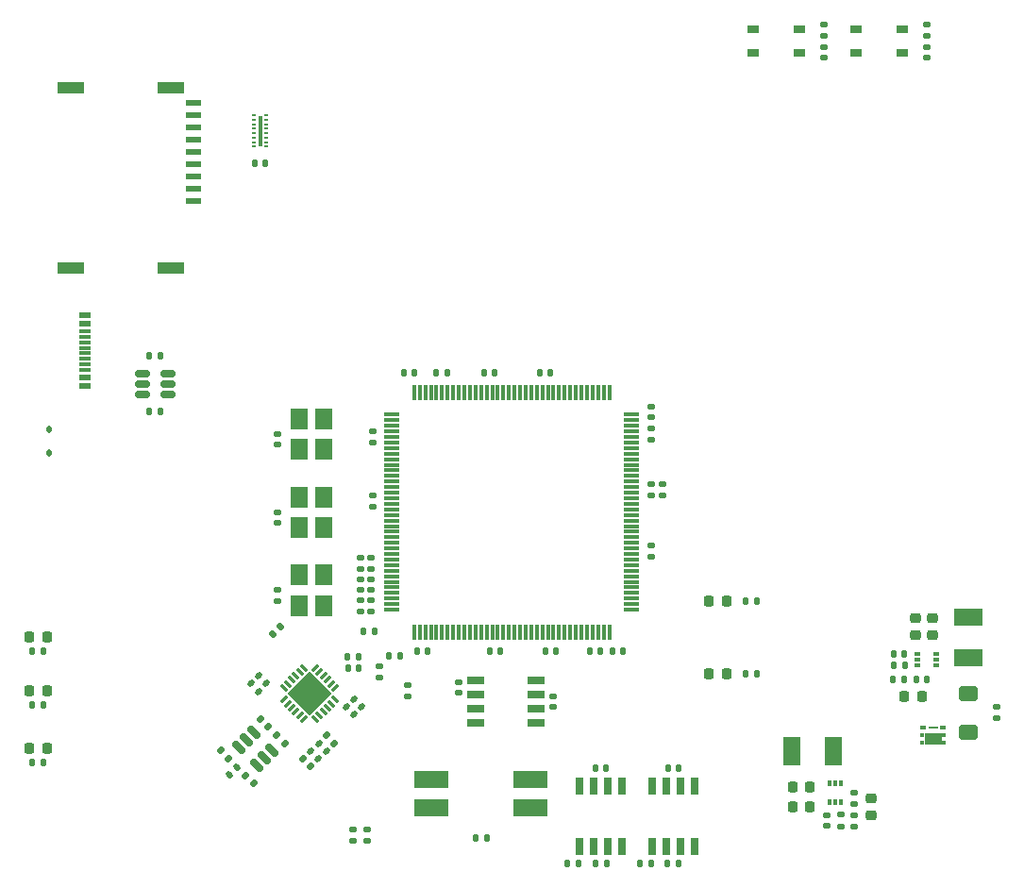
<source format=gbr>
%TF.GenerationSoftware,KiCad,Pcbnew,7.0.1*%
%TF.CreationDate,2023-07-13T18:43:16+01:00*%
%TF.ProjectId,Gateway Board,47617465-7761-4792-9042-6f6172642e6b,rev?*%
%TF.SameCoordinates,Original*%
%TF.FileFunction,Paste,Top*%
%TF.FilePolarity,Positive*%
%FSLAX46Y46*%
G04 Gerber Fmt 4.6, Leading zero omitted, Abs format (unit mm)*
G04 Created by KiCad (PCBNEW 7.0.1) date 2023-07-13 18:43:16*
%MOMM*%
%LPD*%
G01*
G04 APERTURE LIST*
G04 Aperture macros list*
%AMRoundRect*
0 Rectangle with rounded corners*
0 $1 Rounding radius*
0 $2 $3 $4 $5 $6 $7 $8 $9 X,Y pos of 4 corners*
0 Add a 4 corners polygon primitive as box body*
4,1,4,$2,$3,$4,$5,$6,$7,$8,$9,$2,$3,0*
0 Add four circle primitives for the rounded corners*
1,1,$1+$1,$2,$3*
1,1,$1+$1,$4,$5*
1,1,$1+$1,$6,$7*
1,1,$1+$1,$8,$9*
0 Add four rect primitives between the rounded corners*
20,1,$1+$1,$2,$3,$4,$5,0*
20,1,$1+$1,$4,$5,$6,$7,0*
20,1,$1+$1,$6,$7,$8,$9,0*
20,1,$1+$1,$8,$9,$2,$3,0*%
%AMRotRect*
0 Rectangle, with rotation*
0 The origin of the aperture is its center*
0 $1 length*
0 $2 width*
0 $3 Rotation angle, in degrees counterclockwise*
0 Add horizontal line*
21,1,$1,$2,0,0,$3*%
G04 Aperture macros list end*
%ADD10RoundRect,0.140000X-0.170000X0.140000X-0.170000X-0.140000X0.170000X-0.140000X0.170000X0.140000X0*%
%ADD11RoundRect,0.135000X0.135000X0.185000X-0.135000X0.185000X-0.135000X-0.185000X0.135000X-0.185000X0*%
%ADD12RoundRect,0.135000X0.185000X-0.135000X0.185000X0.135000X-0.185000X0.135000X-0.185000X-0.135000X0*%
%ADD13R,2.500000X1.500000*%
%ADD14RoundRect,0.218750X-0.218750X-0.256250X0.218750X-0.256250X0.218750X0.256250X-0.218750X0.256250X0*%
%ADD15RoundRect,0.140000X-0.140000X-0.170000X0.140000X-0.170000X0.140000X0.170000X-0.140000X0.170000X0*%
%ADD16R,0.650000X1.500000*%
%ADD17RoundRect,0.135000X-0.185000X0.135000X-0.185000X-0.135000X0.185000X-0.135000X0.185000X0.135000X0*%
%ADD18R,1.400000X0.620000*%
%ADD19R,2.400000X1.100000*%
%ADD20R,1.650000X1.950000*%
%ADD21RoundRect,0.140000X0.170000X-0.140000X0.170000X0.140000X-0.170000X0.140000X-0.170000X-0.140000X0*%
%ADD22RoundRect,0.140000X0.140000X0.170000X-0.140000X0.170000X-0.140000X-0.170000X0.140000X-0.170000X0*%
%ADD23RoundRect,0.135000X-0.226274X-0.035355X-0.035355X-0.226274X0.226274X0.035355X0.035355X0.226274X0*%
%ADD24RoundRect,0.140000X0.219203X0.021213X0.021213X0.219203X-0.219203X-0.021213X-0.021213X-0.219203X0*%
%ADD25RoundRect,0.225000X-0.225000X-0.250000X0.225000X-0.250000X0.225000X0.250000X-0.225000X0.250000X0*%
%ADD26R,1.500000X0.650000*%
%ADD27RoundRect,0.135000X-0.135000X-0.185000X0.135000X-0.185000X0.135000X0.185000X-0.135000X0.185000X0*%
%ADD28RoundRect,0.225000X-0.250000X0.225000X-0.250000X-0.225000X0.250000X-0.225000X0.250000X0.225000X0*%
%ADD29RoundRect,0.135000X-0.035355X0.226274X-0.226274X0.035355X0.035355X-0.226274X0.226274X-0.035355X0*%
%ADD30RoundRect,0.140000X-0.219203X-0.021213X-0.021213X-0.219203X0.219203X0.021213X0.021213X0.219203X0*%
%ADD31R,3.100000X1.600000*%
%ADD32R,0.300000X0.475000*%
%ADD33RoundRect,0.135000X0.226274X0.035355X0.035355X0.226274X-0.226274X-0.035355X-0.035355X-0.226274X0*%
%ADD34R,1.500000X2.500000*%
%ADD35RoundRect,0.150000X0.468458X-0.256326X-0.256326X0.468458X-0.468458X0.256326X0.256326X-0.468458X0*%
%ADD36R,1.140000X0.600000*%
%ADD37R,1.140000X0.300000*%
%ADD38R,0.475000X0.300000*%
%ADD39RoundRect,0.150000X0.512500X0.150000X-0.512500X0.150000X-0.512500X-0.150000X0.512500X-0.150000X0*%
%ADD40RoundRect,0.225000X0.225000X0.250000X-0.225000X0.250000X-0.225000X-0.250000X0.225000X-0.250000X0*%
%ADD41R,1.050000X0.650000*%
%ADD42RoundRect,0.112500X0.112500X-0.187500X0.112500X0.187500X-0.112500X0.187500X-0.112500X-0.187500X0*%
%ADD43RotRect,0.300000X0.800000X225.000000*%
%ADD44RotRect,0.300000X0.800000X135.000000*%
%ADD45RotRect,2.800000X2.800000X135.000000*%
%ADD46RoundRect,0.140000X-0.021213X0.219203X-0.219203X0.021213X0.021213X-0.219203X0.219203X-0.021213X0*%
%ADD47R,0.450000X0.200000*%
%ADD48R,0.300000X2.800000*%
%ADD49R,0.350000X0.400000*%
%ADD50R,0.500000X0.400000*%
%ADD51R,0.920000X0.285000*%
%ADD52R,1.600000X1.050000*%
%ADD53RoundRect,0.250000X-0.600000X0.400000X-0.600000X-0.400000X0.600000X-0.400000X0.600000X0.400000X0*%
%ADD54R,1.475000X0.300000*%
%ADD55R,0.300000X1.475000*%
G04 APERTURE END LIST*
D10*
%TO.C,C309*%
X157500000Y-97520000D03*
X157500000Y-98480000D03*
%TD*%
D11*
%TO.C,R301*%
X103020000Y-117250000D03*
X102000000Y-117250000D03*
%TD*%
D10*
%TO.C,C310*%
X131400000Y-107920000D03*
X131400000Y-108880000D03*
%TD*%
%TO.C,C324*%
X157500000Y-92520000D03*
X157500000Y-93480000D03*
%TD*%
D12*
%TO.C,R201*%
X174500000Y-128172000D03*
X174500000Y-127152000D03*
%TD*%
D10*
%TO.C,C304*%
X182250000Y-58270000D03*
X182250000Y-59230000D03*
%TD*%
D12*
%TO.C,R207*%
X188500000Y-118510000D03*
X188500000Y-117490000D03*
%TD*%
D13*
%TO.C,L202*%
X186000000Y-113100000D03*
X186000000Y-109400000D03*
%TD*%
D11*
%TO.C,R302*%
X142760000Y-129250000D03*
X141740000Y-129250000D03*
%TD*%
D14*
%TO.C,D302*%
X101722500Y-111200000D03*
X103297500Y-111200000D03*
%TD*%
D15*
%TO.C,C320*%
X142520000Y-87500000D03*
X143480000Y-87500000D03*
%TD*%
D16*
%TO.C,IC304*%
X161405000Y-124550000D03*
X160135000Y-124550000D03*
X158865000Y-124550000D03*
X157595000Y-124550000D03*
X157595000Y-129950000D03*
X158865000Y-129950000D03*
X160135000Y-129950000D03*
X161405000Y-129950000D03*
%TD*%
D17*
%TO.C,R413*%
X132000000Y-128490000D03*
X132000000Y-129510000D03*
%TD*%
D18*
%TO.C,J302*%
X116420000Y-72105000D03*
X116420000Y-71005000D03*
X116420000Y-69905000D03*
X116420000Y-68805000D03*
X116420000Y-67705000D03*
X116420000Y-66605000D03*
X116420000Y-65505000D03*
X116420000Y-64405000D03*
X116420000Y-63305000D03*
D19*
X114420000Y-61925000D03*
X105420000Y-61925000D03*
X105420000Y-78075000D03*
X114420000Y-78075000D03*
%TD*%
D20*
%TO.C,X303*%
X125900000Y-91625000D03*
X125900000Y-94375000D03*
X128100000Y-94375000D03*
X128100000Y-91625000D03*
%TD*%
D17*
%TO.C,R402*%
X133100000Y-113790000D03*
X133100000Y-114810000D03*
%TD*%
D10*
%TO.C,C308*%
X132400000Y-107920000D03*
X132400000Y-108880000D03*
%TD*%
D21*
%TO.C,C305*%
X132400000Y-106980000D03*
X132400000Y-106020000D03*
%TD*%
D22*
%TO.C,C204*%
X182230000Y-115000000D03*
X181270000Y-115000000D03*
%TD*%
D11*
%TO.C,R303*%
X103020000Y-112450000D03*
X102000000Y-112450000D03*
%TD*%
D15*
%TO.C,C6*%
X159040000Y-123000000D03*
X160000000Y-123000000D03*
%TD*%
D23*
%TO.C,R411*%
X123939376Y-120039376D03*
X124660624Y-120760624D03*
%TD*%
D12*
%TO.C,R311*%
X173000000Y-57250000D03*
X173000000Y-56230000D03*
%TD*%
D22*
%TO.C,C323*%
X152980000Y-112500000D03*
X152020000Y-112500000D03*
%TD*%
D24*
%TO.C,C404*%
X122268091Y-116064945D03*
X121589269Y-115386123D03*
%TD*%
D21*
%TO.C,C314*%
X132400000Y-105080000D03*
X132400000Y-104120000D03*
%TD*%
D22*
%TO.C,C3*%
X150980000Y-131500000D03*
X150020000Y-131500000D03*
%TD*%
D25*
%TO.C,C207*%
X170225000Y-124662000D03*
X171775000Y-124662000D03*
%TD*%
D26*
%TO.C,IC302*%
X147200000Y-118905000D03*
X147200000Y-117635000D03*
X147200000Y-116365000D03*
X147200000Y-115095000D03*
X141800000Y-115095000D03*
X141800000Y-116365000D03*
X141800000Y-117635000D03*
X141800000Y-118905000D03*
%TD*%
D20*
%TO.C,X301*%
X125900000Y-105625000D03*
X125900000Y-108375000D03*
X128100000Y-108375000D03*
X128100000Y-105625000D03*
%TD*%
D27*
%TO.C,R401*%
X130290000Y-113000000D03*
X131310000Y-113000000D03*
%TD*%
D15*
%TO.C,C4*%
X152520000Y-123000000D03*
X153480000Y-123000000D03*
%TD*%
D14*
%TO.C,D201*%
X162712500Y-114500000D03*
X164287500Y-114500000D03*
%TD*%
D20*
%TO.C,X302*%
X125900000Y-98625000D03*
X125900000Y-101375000D03*
X128100000Y-101375000D03*
X128100000Y-98625000D03*
%TD*%
D28*
%TO.C,C208*%
X182750000Y-109475000D03*
X182750000Y-111025000D03*
%TD*%
D17*
%TO.C,R412*%
X130750000Y-128480000D03*
X130750000Y-129500000D03*
%TD*%
D29*
%TO.C,R406*%
X124260624Y-110239376D03*
X123539376Y-110960624D03*
%TD*%
D22*
%TO.C,C313*%
X137480000Y-112500000D03*
X136520000Y-112500000D03*
%TD*%
D27*
%TO.C,R308*%
X112490000Y-86000000D03*
X113510000Y-86000000D03*
%TD*%
%TO.C,R203*%
X179240000Y-113750000D03*
X180260000Y-113750000D03*
%TD*%
D21*
%TO.C,C301*%
X124000000Y-93960000D03*
X124000000Y-93000000D03*
%TD*%
D30*
%TO.C,C405*%
X126989269Y-121436123D03*
X127668091Y-122114945D03*
%TD*%
D31*
%TO.C,SW301*%
X137805000Y-123980000D03*
X137805000Y-126520000D03*
X146695000Y-126520000D03*
X146695000Y-123980000D03*
%TD*%
D23*
%TO.C,R410*%
X121139376Y-123639376D03*
X121860624Y-124360624D03*
%TD*%
D10*
%TO.C,C316*%
X157500000Y-90520000D03*
X157500000Y-91480000D03*
%TD*%
D32*
%TO.C,IC201*%
X174500000Y-124324000D03*
X174000000Y-124324000D03*
X173500000Y-124324000D03*
X173500000Y-126000000D03*
X174000000Y-126000000D03*
X174500000Y-126000000D03*
%TD*%
D27*
%TO.C,R307*%
X152490000Y-131500000D03*
X153510000Y-131500000D03*
%TD*%
%TO.C,R310*%
X158990000Y-131500000D03*
X160010000Y-131500000D03*
%TD*%
D22*
%TO.C,C206*%
X180230000Y-112750000D03*
X179270000Y-112750000D03*
%TD*%
D33*
%TO.C,R408*%
X123160624Y-119260624D03*
X122439376Y-118539376D03*
%TD*%
D21*
%TO.C,C322*%
X131400000Y-105080000D03*
X131400000Y-104120000D03*
%TD*%
D34*
%TO.C,L201*%
X173850000Y-121412000D03*
X170150000Y-121412000D03*
%TD*%
D35*
%TO.C,U401*%
X122132583Y-122726085D03*
X122804334Y-122054334D03*
X123476085Y-121382583D03*
X121867417Y-119773915D03*
X121195666Y-120445666D03*
X120523915Y-121117417D03*
%TD*%
D23*
%TO.C,R407*%
X126268056Y-122114910D03*
X126989304Y-122836158D03*
%TD*%
D10*
%TO.C,C1*%
X140250000Y-115270000D03*
X140250000Y-116230000D03*
%TD*%
D14*
%TO.C,D202*%
X162712500Y-108000000D03*
X164287500Y-108000000D03*
%TD*%
D24*
%TO.C,C406*%
X122968091Y-115364945D03*
X122289269Y-114686123D03*
%TD*%
D36*
%TO.C,J303*%
X106750000Y-82300000D03*
X106750000Y-83100000D03*
D37*
X106750000Y-84250000D03*
X106750000Y-85250000D03*
X106750000Y-85750000D03*
X106750000Y-86750000D03*
D36*
X106750000Y-88700000D03*
X106750000Y-87900000D03*
D37*
X106750000Y-87250000D03*
X106750000Y-86250000D03*
X106750000Y-84750000D03*
X106750000Y-83750000D03*
%TD*%
D11*
%TO.C,R304*%
X103020000Y-122450000D03*
X102000000Y-122450000D03*
%TD*%
D38*
%TO.C,IC202*%
X183088000Y-113750000D03*
X183088000Y-113250000D03*
X183088000Y-112750000D03*
X181412000Y-112750000D03*
X181412000Y-113250000D03*
X181412000Y-113750000D03*
%TD*%
D12*
%TO.C,R403*%
X135700000Y-116510000D03*
X135700000Y-115490000D03*
%TD*%
%TO.C,R202*%
X175750000Y-128192000D03*
X175750000Y-127172000D03*
%TD*%
D15*
%TO.C,C325*%
X121945000Y-68700000D03*
X122905000Y-68700000D03*
%TD*%
D16*
%TO.C,IC303*%
X154905000Y-124550000D03*
X153635000Y-124550000D03*
X152365000Y-124550000D03*
X151095000Y-124550000D03*
X151095000Y-129950000D03*
X152365000Y-129950000D03*
X153635000Y-129950000D03*
X154905000Y-129950000D03*
%TD*%
D15*
%TO.C,C317*%
X154020000Y-112500000D03*
X154980000Y-112500000D03*
%TD*%
D39*
%TO.C,U302*%
X114137500Y-89450000D03*
X114137500Y-88500000D03*
X114137500Y-87550000D03*
X111862500Y-87550000D03*
X111862500Y-88500000D03*
X111862500Y-89450000D03*
%TD*%
D40*
%TO.C,C202*%
X181775000Y-116500000D03*
X180225000Y-116500000D03*
%TD*%
D30*
%TO.C,C403*%
X130160589Y-117460589D03*
X130839411Y-118139411D03*
%TD*%
D14*
%TO.C,D303*%
X101722500Y-121200000D03*
X103297500Y-121200000D03*
%TD*%
D27*
%TO.C,R309*%
X112490000Y-91000000D03*
X113510000Y-91000000D03*
%TD*%
D30*
%TO.C,C402*%
X130860589Y-116760589D03*
X131539411Y-117439411D03*
%TD*%
D10*
%TO.C,C315*%
X158500000Y-97520000D03*
X158500000Y-98480000D03*
%TD*%
D33*
%TO.C,R409*%
X119610624Y-122110624D03*
X118889376Y-121389376D03*
%TD*%
D41*
%TO.C,S301*%
X175925000Y-56675000D03*
X180075000Y-56675000D03*
X175925000Y-58825000D03*
X180075000Y-58825000D03*
%TD*%
%TO.C,S302*%
X166675000Y-56675000D03*
X170825000Y-56675000D03*
X166675000Y-58825000D03*
X170825000Y-58825000D03*
%TD*%
D11*
%TO.C,R205*%
X167010000Y-114500000D03*
X165990000Y-114500000D03*
%TD*%
D23*
%TO.C,FB401*%
X128368056Y-120014910D03*
X129089304Y-120736158D03*
%TD*%
D21*
%TO.C,C303*%
X124000000Y-107960000D03*
X124000000Y-107000000D03*
%TD*%
D42*
%TO.C,D304*%
X103500000Y-94650000D03*
X103500000Y-92550000D03*
%TD*%
D30*
%TO.C,C407*%
X127689269Y-120736123D03*
X128368091Y-121414945D03*
%TD*%
D22*
%TO.C,C318*%
X148980000Y-112500000D03*
X148020000Y-112500000D03*
%TD*%
D11*
%TO.C,R306*%
X139250000Y-87500000D03*
X138230000Y-87500000D03*
%TD*%
D27*
%TO.C,R405*%
X131690000Y-110700000D03*
X132710000Y-110700000D03*
%TD*%
D22*
%TO.C,C5*%
X157480000Y-131500000D03*
X156520000Y-131500000D03*
%TD*%
D43*
%TO.C,IC401*%
X127396447Y-118582641D03*
X127750000Y-118229088D03*
X128103554Y-117875534D03*
X128457107Y-117521981D03*
X128810661Y-117168427D03*
X129164214Y-116814874D03*
D44*
X129164214Y-115754214D03*
X128810661Y-115400661D03*
X128457107Y-115047107D03*
X128103554Y-114693554D03*
X127750000Y-114340000D03*
X127396447Y-113986447D03*
D43*
X126335787Y-113986447D03*
X125982234Y-114340000D03*
X125628680Y-114693554D03*
X125275127Y-115047107D03*
X124921573Y-115400661D03*
X124568020Y-115754214D03*
D44*
X124568020Y-116814874D03*
X124921573Y-117168427D03*
X125275127Y-117521981D03*
X125628680Y-117875534D03*
X125982234Y-118229088D03*
X126335787Y-118582641D03*
D45*
X126866117Y-116284544D03*
%TD*%
D10*
%TO.C,C326*%
X173000000Y-58270000D03*
X173000000Y-59230000D03*
%TD*%
D21*
%TO.C,C312*%
X132500000Y-99480000D03*
X132500000Y-98520000D03*
%TD*%
D22*
%TO.C,C401*%
X131280000Y-114000000D03*
X130320000Y-114000000D03*
%TD*%
%TO.C,C319*%
X143980000Y-112500000D03*
X143020000Y-112500000D03*
%TD*%
D12*
%TO.C,R305*%
X182250000Y-57260000D03*
X182250000Y-56240000D03*
%TD*%
D28*
%TO.C,C210*%
X181250000Y-109475000D03*
X181250000Y-111025000D03*
%TD*%
D25*
%TO.C,C209*%
X170225000Y-126412000D03*
X171775000Y-126412000D03*
%TD*%
D21*
%TO.C,C311*%
X132500000Y-93730000D03*
X132500000Y-92770000D03*
%TD*%
D10*
%TO.C,C205*%
X173250000Y-127182000D03*
X173250000Y-128142000D03*
%TD*%
D27*
%TO.C,R204*%
X179220000Y-115000000D03*
X180240000Y-115000000D03*
%TD*%
%TO.C,R404*%
X133990000Y-112900000D03*
X135010000Y-112900000D03*
%TD*%
D21*
%TO.C,C302*%
X124000000Y-100960000D03*
X124000000Y-100000000D03*
%TD*%
D11*
%TO.C,R206*%
X167010000Y-108000000D03*
X165990000Y-108000000D03*
%TD*%
D46*
%TO.C,C408*%
X120339411Y-122860589D03*
X119660589Y-123539411D03*
%TD*%
D15*
%TO.C,C321*%
X147520000Y-87500000D03*
X148480000Y-87500000D03*
%TD*%
D47*
%TO.C,FL301*%
X123000000Y-67200000D03*
X123000000Y-66800000D03*
X123000000Y-66400000D03*
X123000000Y-66000000D03*
X123000000Y-65600000D03*
X123000000Y-65200000D03*
X123000000Y-64800000D03*
X123000000Y-64400000D03*
X121850000Y-64400000D03*
X121850000Y-64800000D03*
X121850000Y-65200000D03*
X121850000Y-65600000D03*
X121850000Y-66000000D03*
X121850000Y-66400000D03*
X121850000Y-66800000D03*
X121850000Y-67200000D03*
D48*
X122425000Y-65800000D03*
%TD*%
D10*
%TO.C,C327*%
X157500000Y-103020000D03*
X157500000Y-103980000D03*
%TD*%
%TO.C,C203*%
X175750000Y-125182000D03*
X175750000Y-126142000D03*
%TD*%
D49*
%TO.C,Q201*%
X183775000Y-120650000D03*
X183775000Y-120000000D03*
D50*
X183700000Y-119350000D03*
X181900000Y-119350000D03*
D49*
X181825000Y-120000000D03*
X181825000Y-120650000D03*
D51*
X182800000Y-119350000D03*
D52*
X182800000Y-120325000D03*
%TD*%
D53*
%TO.C,D204*%
X186000000Y-116250000D03*
X186000000Y-119750000D03*
%TD*%
D54*
%TO.C,IC301*%
X134262000Y-91250000D03*
X134262000Y-91750000D03*
X134262000Y-92250000D03*
X134262000Y-92750000D03*
X134262000Y-93250000D03*
X134262000Y-93750000D03*
X134262000Y-94250000D03*
X134262000Y-94750000D03*
X134262000Y-95250000D03*
X134262000Y-95750000D03*
X134262000Y-96250000D03*
X134262000Y-96750000D03*
X134262000Y-97250000D03*
X134262000Y-97750000D03*
X134262000Y-98250000D03*
X134262000Y-98750000D03*
X134262000Y-99250000D03*
X134262000Y-99750000D03*
X134262000Y-100250000D03*
X134262000Y-100750000D03*
X134262000Y-101250000D03*
X134262000Y-101750000D03*
X134262000Y-102250000D03*
X134262000Y-102750000D03*
X134262000Y-103250000D03*
X134262000Y-103750000D03*
X134262000Y-104250000D03*
X134262000Y-104750000D03*
X134262000Y-105250000D03*
X134262000Y-105750000D03*
X134262000Y-106250000D03*
X134262000Y-106750000D03*
X134262000Y-107250000D03*
X134262000Y-107750000D03*
X134262000Y-108250000D03*
X134262000Y-108750000D03*
D55*
X136250000Y-110738000D03*
X136750000Y-110738000D03*
X137250000Y-110738000D03*
X137750000Y-110738000D03*
X138250000Y-110738000D03*
X138750000Y-110738000D03*
X139250000Y-110738000D03*
X139750000Y-110738000D03*
X140250000Y-110738000D03*
X140750000Y-110738000D03*
X141250000Y-110738000D03*
X141750000Y-110738000D03*
X142250000Y-110738000D03*
X142750000Y-110738000D03*
X143250000Y-110738000D03*
X143750000Y-110738000D03*
X144250000Y-110738000D03*
X144750000Y-110738000D03*
X145250000Y-110738000D03*
X145750000Y-110738000D03*
X146250000Y-110738000D03*
X146750000Y-110738000D03*
X147250000Y-110738000D03*
X147750000Y-110738000D03*
X148250000Y-110738000D03*
X148750000Y-110738000D03*
X149250000Y-110738000D03*
X149750000Y-110738000D03*
X150250000Y-110738000D03*
X150750000Y-110738000D03*
X151250000Y-110738000D03*
X151750000Y-110738000D03*
X152250000Y-110738000D03*
X152750000Y-110738000D03*
X153250000Y-110738000D03*
X153750000Y-110738000D03*
D54*
X155738000Y-108750000D03*
X155738000Y-108250000D03*
X155738000Y-107750000D03*
X155738000Y-107250000D03*
X155738000Y-106750000D03*
X155738000Y-106250000D03*
X155738000Y-105750000D03*
X155738000Y-105250000D03*
X155738000Y-104750000D03*
X155738000Y-104250000D03*
X155738000Y-103750000D03*
X155738000Y-103250000D03*
X155738000Y-102750000D03*
X155738000Y-102250000D03*
X155738000Y-101750000D03*
X155738000Y-101250000D03*
X155738000Y-100750000D03*
X155738000Y-100250000D03*
X155738000Y-99750000D03*
X155738000Y-99250000D03*
X155738000Y-98750000D03*
X155738000Y-98250000D03*
X155738000Y-97750000D03*
X155738000Y-97250000D03*
X155738000Y-96750000D03*
X155738000Y-96250000D03*
X155738000Y-95750000D03*
X155738000Y-95250000D03*
X155738000Y-94750000D03*
X155738000Y-94250000D03*
X155738000Y-93750000D03*
X155738000Y-93250000D03*
X155738000Y-92750000D03*
X155738000Y-92250000D03*
X155738000Y-91750000D03*
X155738000Y-91250000D03*
D55*
X153750000Y-89262000D03*
X153250000Y-89262000D03*
X152750000Y-89262000D03*
X152250000Y-89262000D03*
X151750000Y-89262000D03*
X151250000Y-89262000D03*
X150750000Y-89262000D03*
X150250000Y-89262000D03*
X149750000Y-89262000D03*
X149250000Y-89262000D03*
X148750000Y-89262000D03*
X148250000Y-89262000D03*
X147750000Y-89262000D03*
X147250000Y-89262000D03*
X146750000Y-89262000D03*
X146250000Y-89262000D03*
X145750000Y-89262000D03*
X145250000Y-89262000D03*
X144750000Y-89262000D03*
X144250000Y-89262000D03*
X143750000Y-89262000D03*
X143250000Y-89262000D03*
X142750000Y-89262000D03*
X142250000Y-89262000D03*
X141750000Y-89262000D03*
X141250000Y-89262000D03*
X140750000Y-89262000D03*
X140250000Y-89262000D03*
X139750000Y-89262000D03*
X139250000Y-89262000D03*
X138750000Y-89262000D03*
X138250000Y-89262000D03*
X137750000Y-89262000D03*
X137250000Y-89262000D03*
X136750000Y-89262000D03*
X136250000Y-89262000D03*
%TD*%
D22*
%TO.C,C307*%
X136255000Y-87500000D03*
X135295000Y-87500000D03*
%TD*%
D21*
%TO.C,C306*%
X131400000Y-106980000D03*
X131400000Y-106020000D03*
%TD*%
D14*
%TO.C,D301*%
X101722500Y-116000000D03*
X103297500Y-116000000D03*
%TD*%
D10*
%TO.C,C2*%
X148750000Y-116520000D03*
X148750000Y-117480000D03*
%TD*%
D28*
%TO.C,C201*%
X177250000Y-125637000D03*
X177250000Y-127187000D03*
%TD*%
M02*

</source>
